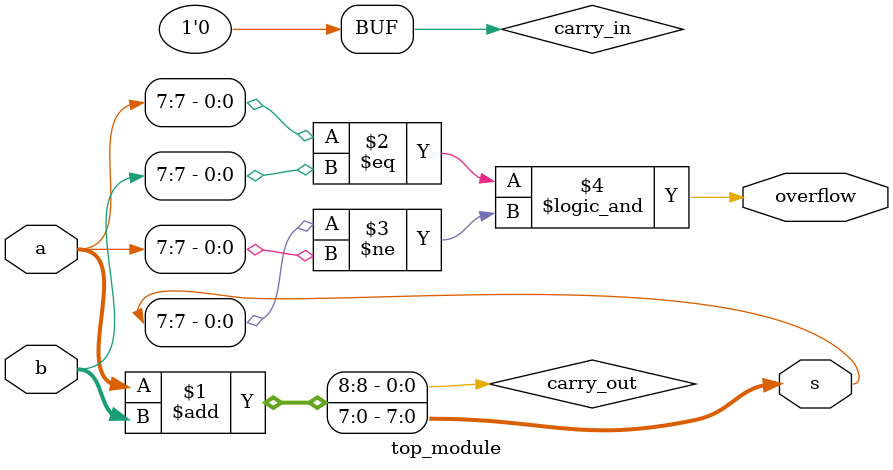
<source format=sv>
module top_module (
    input [7:0] a,
    input [7:0] b,
    output [7:0] s,
    output overflow
);
    wire carry_in, carry_out;
    assign carry_in = 0;

    assign {carry_out, s} = a + b;

    // Overflow occurs when the sign bits of the inputs are the same, but differ from the sign bit of the sum
    assign overflow = ((a[7] == b[7]) && (s[7] != a[7]));
endmodule

</source>
